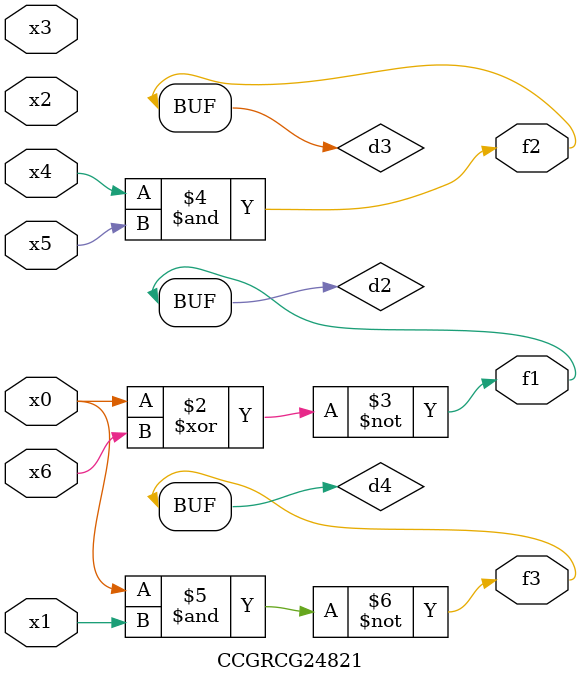
<source format=v>
module CCGRCG24821(
	input x0, x1, x2, x3, x4, x5, x6,
	output f1, f2, f3
);

	wire d1, d2, d3, d4;

	nor (d1, x0);
	xnor (d2, x0, x6);
	and (d3, x4, x5);
	nand (d4, x0, x1);
	assign f1 = d2;
	assign f2 = d3;
	assign f3 = d4;
endmodule

</source>
